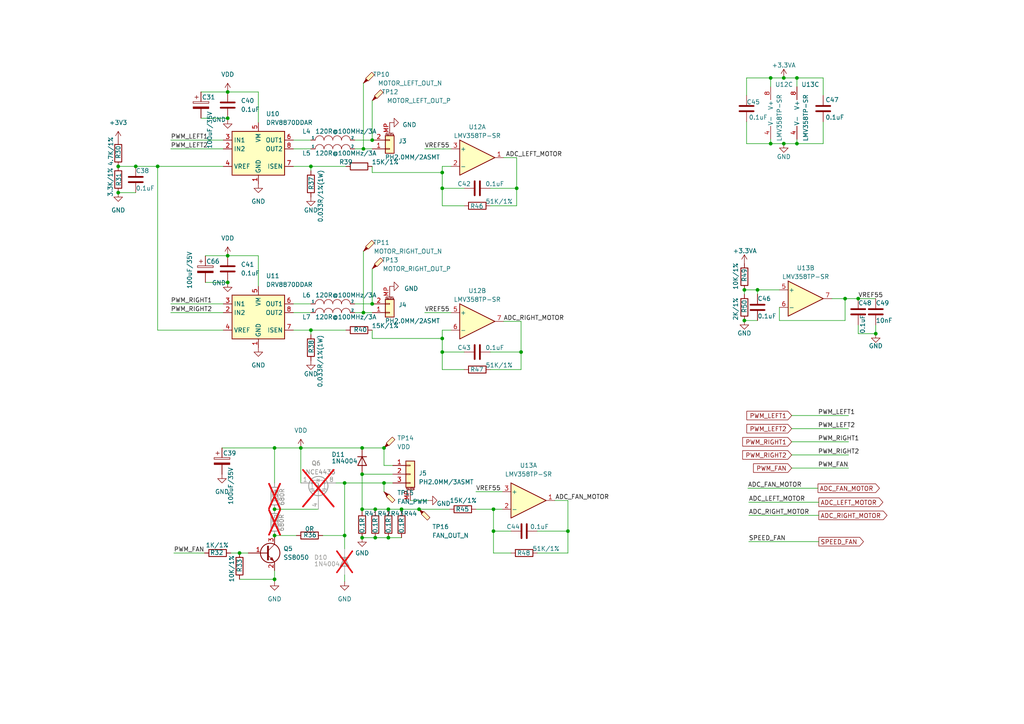
<source format=kicad_sch>
(kicad_sch (version 20231120) (generator "eeschema") (generator_version "8.0")
  (paper "A4")
  (title_block (company "Ovobot"))
  (lib_symbols
    (symbol "Amplifier_Operational:MCP6002-xSN" (pin_names (offset 0.127))
      (property "Reference" "U" (at 0 5.08 0))
      (property "Value" "MCP6002-xSN" (at 0 -5.08 0))
      (symbol "MCP6002-xSN_1_1"
        (polyline (pts (xy -5.08 5.08) (xy 5.08 0) (xy -5.08 -5.08) (xy -5.08 5.08)) (stroke (width 0.254)) (fill (type background)))
        (pin output line (at 7.62 0 180) (length 2.54) (name "~") (number "1"))
        (pin input line (at -7.62 -2.54 0) (length 2.54) (name "-") (number "2"))
        (pin input line (at -7.62 2.54 0) (length 2.54) (name "+") (number "3"))
      )
      (symbol "MCP6002-xSN_2_1"
        (polyline (pts (xy -5.08 5.08) (xy 5.08 0) (xy -5.08 -5.08) (xy -5.08 5.08)) (stroke (width 0.254)) (fill (type background)))
        (pin input line (at -7.62 2.54 0) (length 2.54) (name "+") (number "5"))
        (pin input line (at -7.62 -2.54 0) (length 2.54) (name "-") (number "6"))
        (pin output line (at 7.62 0 180) (length 2.54) (name "~") (number "7"))
      )
      (symbol "MCP6002-xSN_3_1"
        (pin power_in line (at -2.54 -7.62 90) (length 3.81) (name "V-") (number "4"))
        (pin power_in line (at -2.54 7.62 270) (length 3.81) (name "V+") (number "8"))
      )
    )
    (symbol "Connector:TestPoint_Probe" (pin_numbers hide) (pin_names (offset 0.762) hide)
      (property "Reference" "TP" (at 1.651 5.842 0))
      (property "Value" "TestPoint_Probe" (at 1.651 4.064 0))
      (symbol "TestPoint_Probe_0_1"
        (polyline (pts (xy 1.27 0.762) (xy 0 0) (xy 0.762 1.27) (xy 1.27 0.762)) (fill (type outline)))
        (polyline (pts (xy 1.397 0.635) (xy 0.635 1.397) (xy 2.413 3.175) (xy 3.175 2.413) (xy 1.397 0.635)) (fill (type background)))
      )
      (symbol "TestPoint_Probe_1_1"
        (pin passive line (at 0 0 90) (length 0) (name "1") (number "1"))
      )
    )
    (symbol "Connector_Generic_MountingPin:Conn_01x02_MountingPin" (pin_names (offset 1.016) hide)
      (property "Reference" "J" (at 0 2.54 0))
      (property "Value" "Conn_01x02_MountingPin" (at 1.27 -5.08 0))
      (symbol "Conn_01x02_MountingPin_1_1"
        (rectangle (start -1.27 -2.413) (end 0 -2.667) (stroke (width 0.1524)))
        (rectangle (start -1.27 0.127) (end 0 -0.127) (stroke (width 0.1524)))
        (rectangle (start -1.27 1.27) (end 1.27 -3.81) (stroke (width 0.254)) (fill (type background)))
        (polyline (pts (xy -1.016 -4.572) (xy 1.016 -4.572)) (stroke (width 0.1524)))
        (text "Mounting" (at 0 -4.191 0) (effects (font (size 0.381 0.381))))
        (pin passive line (at -5.08 0 0) (length 3.81) (name "Pin_1") (number "1"))
        (pin passive line (at -5.08 -2.54 0) (length 3.81) (name "Pin_2") (number "2"))
        (pin passive line (at 0 -7.62 90) (length 3.048) (name "MountPin") (number "MP"))
      )
    )
    (symbol "Connector_Generic_MountingPin:Conn_01x03_MountingPin" (pin_names (offset 1.016) hide)
      (property "Reference" "J" (at 0 5.08 0))
      (property "Value" "Conn_01x03_MountingPin" (at 1.27 -5.08 0))
      (symbol "Conn_01x03_MountingPin_1_1"
        (rectangle (start -1.27 -2.413) (end 0 -2.667) (stroke (width 0.1524)))
        (rectangle (start -1.27 0.127) (end 0 -0.127) (stroke (width 0.1524)))
        (rectangle (start -1.27 2.667) (end 0 2.413) (stroke (width 0.1524)))
        (rectangle (start -1.27 3.81) (end 1.27 -3.81) (stroke (width 0.254)) (fill (type background)))
        (polyline (pts (xy -1.016 -4.572) (xy 1.016 -4.572)) (stroke (width 0.1524)))
        (text "Mounting" (at 0 -4.191 0) (effects (font (size 0.381 0.381))))
        (pin passive line (at -5.08 2.54 0) (length 3.81) (name "Pin_1") (number "1"))
        (pin passive line (at -5.08 0 0) (length 3.81) (name "Pin_2") (number "2"))
        (pin passive line (at -5.08 -2.54 0) (length 3.81) (name "Pin_3") (number "3"))
        (pin passive line (at 0 -7.62 90) (length 3.048) (name "MountPin") (number "MP"))
      )
    )
    (symbol "Device:C" (pin_numbers hide) (pin_names (offset 0.254))
      (property "Reference" "C" (at 0.635 2.54 0))
      (property "Value" "C" (at 0.635 -2.54 0))
      (symbol "C_0_1"
        (polyline (pts (xy -2.032 -0.762) (xy 2.032 -0.762)) (stroke (width 0.508)))
        (polyline (pts (xy -2.032 0.762) (xy 2.032 0.762)) (stroke (width 0.508)))
      )
      (symbol "C_1_1"
        (pin passive line (at 0 3.81 270) (length 2.794) (name "~") (number "1"))
        (pin passive line (at 0 -3.81 90) (length 2.794) (name "~") (number "2"))
      )
    )
    (symbol "Device:C_Polarized" (pin_numbers hide) (pin_names (offset 0.254))
      (property "Reference" "C" (at 0.635 2.54 0))
      (property "Value" "C_Polarized" (at 0.635 -2.54 0))
      (symbol "C_Polarized_0_1"
        (rectangle (start -2.286 0.508) (end 2.286 1.016))
        (polyline (pts (xy -1.778 2.286) (xy -0.762 2.286)))
        (polyline (pts (xy -1.27 2.794) (xy -1.27 1.778)))
        (rectangle (start 2.286 -0.508) (end -2.286 -1.016) (fill (type outline)))
      )
      (symbol "C_Polarized_1_1"
        (pin passive line (at 0 3.81 270) (length 2.794) (name "~") (number "1"))
        (pin passive line (at 0 -3.81 90) (length 2.794) (name "~") (number "2"))
      )
    )
    (symbol "Device:D" (pin_numbers hide) (pin_names (offset 1.016) hide)
      (property "Reference" "D" (at 0 2.54 0))
      (property "Value" "D" (at 0 -2.54 0))
      (symbol "D_0_1"
        (polyline (pts (xy -1.27 1.27) (xy -1.27 -1.27)) (stroke (width 0.254)))
        (polyline (pts (xy 1.27 0) (xy -1.27 0)))
        (polyline (pts (xy 1.27 1.27) (xy 1.27 -1.27) (xy -1.27 0) (xy 1.27 1.27)) (stroke (width 0.254)))
      )
      (symbol "D_1_1"
        (pin passive line (at -3.81 0 0) (length 2.54) (name "K") (number "1"))
        (pin passive line (at 3.81 0 180) (length 2.54) (name "A") (number "2"))
      )
    )
    (symbol "Device:Q_NPN_BEC" (pin_names (offset 0) hide)
      (property "Reference" "Q" (at 5.08 1.27 0))
      (property "Value" "Q_NPN_BEC" (at 5.08 -1.27 0))
      (symbol "Q_NPN_BEC_0_1"
        (polyline (pts (xy 0.635 0.635) (xy 2.54 2.54)))
        (polyline (pts (xy 0.635 -0.635) (xy 2.54 -2.54) (xy 2.54 -2.54)))
        (polyline (pts (xy 0.635 1.905) (xy 0.635 -1.905) (xy 0.635 -1.905)) (stroke (width 0.508)))
        (polyline (pts (xy 1.27 -1.778) (xy 1.778 -1.27) (xy 2.286 -2.286) (xy 1.27 -1.778) (xy 1.27 -1.778)) (fill (type outline)))
        (circle (center 1.27 0) (radius 2.8194) (stroke (width 0.254)))
      )
      (symbol "Q_NPN_BEC_1_1"
        (pin input line (at -5.08 0 0) (length 5.715) (name "B") (number "1"))
        (pin passive line (at 2.54 -5.08 90) (length 2.54) (name "E") (number "2"))
        (pin passive line (at 2.54 5.08 270) (length 2.54) (name "C") (number "3"))
      )
    )
    (symbol "Device:R" (pin_numbers hide) (pin_names (offset 0))
      (property "Reference" "R" (at 2.032 0 90))
      (property "Value" "R" (at 0 0 90))
      (symbol "R_0_1"
        (rectangle (start -1.016 -2.54) (end 1.016 2.54) (stroke (width 0.254)))
      )
      (symbol "R_1_1"
        (pin passive line (at 0 3.81 270) (length 1.27) (name "~") (number "1"))
        (pin passive line (at 0 -3.81 90) (length 1.27) (name "~") (number "2"))
      )
    )
    (symbol "Driver_Motor:DRV8870DDA"
      (property "Reference" "U" (at -6.35 6.35 0))
      (property "Value" "DRV8870DDA" (at 8.89 6.35 0))
      (symbol "DRV8870DDA_0_1"
        (rectangle (start -7.62 5.08) (end 7.62 -7.62) (stroke (width 0.254)) (fill (type background)))
      )
      (symbol "DRV8870DDA_1_1"
        (pin power_in line (at 0 -10.16 90) (length 2.54) (name "GND") (number "1"))
        (pin input line (at -10.16 0 0) (length 2.54) (name "IN2") (number "2"))
        (pin input line (at -10.16 2.54 0) (length 2.54) (name "IN1") (number "3"))
        (pin input line (at -10.16 -5.08 0) (length 2.54) (name "VREF") (number "4"))
        (pin power_in line (at 0 7.62 270) (length 2.54) (name "VM") (number "5"))
        (pin output line (at 10.16 2.54 180) (length 2.54) (name "OUT1") (number "6"))
        (pin passive line (at 10.16 -5.08 180) (length 2.54) (name "ISEN") (number "7"))
        (pin output line (at 10.16 0 180) (length 2.54) (name "OUT2") (number "8"))
        (pin passive line (at 0 -10.16 90) (length 2.54) hide (name "GND") (number "9"))
      )
    )
    (symbol "GND_1" (power) (pin_names (offset 0))
      (property "Value" "GND_1" (at 0 -3.81 0))
      (symbol "GND_1_0_1"
        (polyline (pts (xy 0 0) (xy 0 -1.27) (xy 1.27 -1.27) (xy 0 -2.54) (xy -1.27 -1.27) (xy 0 -1.27)))
      )
      (symbol "GND_1_1_1"
        (pin power_in line (at 0 0 270) (length 0) hide (name "GND") (number "1"))
      )
    )
    (symbol "Transistor_FET:FDS9435A" (pin_names hide)
      (property "Reference" "Q" (at 5.08 1.905 0))
      (property "Value" "FDS9435A" (at 5.08 0 0))
      (symbol "FDS9435A_0_1"
        (polyline (pts (xy 0.254 0) (xy -2.54 0)))
        (polyline (pts (xy 0.254 1.905) (xy 0.254 -1.905)) (stroke (width 0.254)))
        (polyline (pts (xy 0.762 -1.27) (xy 0.762 -2.286)) (stroke (width 0.254)))
        (polyline (pts (xy 0.762 0.508) (xy 0.762 -0.508)) (stroke (width 0.254)))
        (polyline (pts (xy 0.762 2.286) (xy 0.762 1.27)) (stroke (width 0.254)))
        (polyline (pts (xy 2.54 2.54) (xy 2.54 1.778)))
        (polyline (pts (xy 2.54 -2.54) (xy 2.54 0) (xy 0.762 0)))
        (polyline (pts (xy 0.762 1.778) (xy 3.302 1.778) (xy 3.302 -1.778) (xy 0.762 -1.778)))
        (polyline (pts (xy 2.286 0) (xy 1.27 0.381) (xy 1.27 -0.381) (xy 2.286 0)) (fill (type outline)))
        (polyline (pts (xy 2.794 -0.508) (xy 2.921 -0.381) (xy 3.683 -0.381) (xy 3.81 -0.254)))
        (polyline (pts (xy 3.302 -0.381) (xy 2.921 0.254) (xy 3.683 0.254) (xy 3.302 -0.381)))
        (circle (center 1.651 0) (radius 2.794) (stroke (width 0.254)))
        (circle (center 2.54 -1.778) (radius 0.254) (fill (type outline)))
        (circle (center 2.54 1.778) (radius 0.254) (fill (type outline)))
      )
      (symbol "FDS9435A_1_1"
        (pin passive line (at 2.54 -5.08 90) (length 2.54) (name "S") (number "1"))
        (pin passive line (at 2.54 -5.08 90) (length 2.54) hide (name "S") (number "2"))
        (pin passive line (at 2.54 -5.08 90) (length 2.54) hide (name "S") (number "3"))
        (pin passive line (at -5.08 0 0) (length 2.54) (name "G") (number "4"))
        (pin passive line (at 2.54 5.08 270) (length 2.54) hide (name "D") (number "5"))
        (pin passive line (at 2.54 5.08 270) (length 2.54) hide (name "D") (number "6"))
        (pin passive line (at 2.54 5.08 270) (length 2.54) hide (name "D") (number "7"))
        (pin passive line (at 2.54 5.08 270) (length 2.54) (name "D") (number "8"))
      )
    )
    (symbol "power:+3.3VA" (power) (pin_names (offset 0))
      (property "Value" "+3.3VA" (at 0 3.556 0))
      (symbol "+3.3VA_0_1"
        (polyline (pts (xy -0.762 1.27) (xy 0 2.54)))
        (polyline (pts (xy 0 0) (xy 0 2.54)))
        (polyline (pts (xy 0 2.54) (xy 0.762 1.27)))
      )
      (symbol "+3.3VA_1_1"
        (pin power_in line (at 0 0 90) (length 0) hide (name "+3.3VA") (number "1"))
      )
    )
    (symbol "power:+3V3" (power) (pin_names (offset 0))
      (property "Value" "+3V3" (at 0 3.556 0))
      (symbol "+3V3_0_1"
        (polyline (pts (xy -0.762 1.27) (xy 0 2.54)))
        (polyline (pts (xy 0 0) (xy 0 2.54)))
        (polyline (pts (xy 0 2.54) (xy 0.762 1.27)))
      )
      (symbol "+3V3_1_1"
        (pin power_in line (at 0 0 90) (length 0) hide (name "+3V3") (number "1"))
      )
    )
    (symbol "power:GND" (power) (pin_names (offset 0))
      (property "Value" "GND" (at 0 -3.81 0))
      (symbol "GND_0_1"
        (polyline (pts (xy 0 0) (xy 0 -1.27) (xy 1.27 -1.27) (xy 0 -2.54) (xy -1.27 -1.27) (xy 0 -1.27)))
      )
      (symbol "GND_1_1"
        (pin power_in line (at 0 0 270) (length 0) hide (name "GND") (number "1"))
      )
    )
    (symbol "power:VDD" (power) (pin_names (offset 0))
      (property "Value" "VDD" (at 0 3.81 0))
      (symbol "VDD_0_1"
        (polyline (pts (xy -0.762 1.27) (xy 0 2.54)))
        (polyline (pts (xy 0 0) (xy 0 2.54)))
        (polyline (pts (xy 0 2.54) (xy 0.762 1.27)))
      )
      (symbol "VDD_1_1"
        (pin power_in line (at 0 0 90) (length 0) hide (name "VDD") (number "1"))
      )
    )
    (symbol "pspice:INDUCTOR" (pin_numbers hide) (pin_names (offset 0))
      (property "Reference" "L" (at 0 2.54 0))
      (property "Value" "INDUCTOR" (at 0 -1.27 0))
      (symbol "INDUCTOR_0_1"
        (arc (start -2.54 0) (mid -3.81 1.2645) (end -5.08 0))
        (arc (start 0 0) (mid -1.27 1.2645) (end -2.54 0))
        (arc (start 2.54 0) (mid 1.27 1.2645) (end 0 0))
        (arc (start 5.08 0) (mid 3.81 1.2645) (end 2.54 0))
      )
      (symbol "INDUCTOR_1_1"
        (pin input line (at -6.35 0 0) (length 1.27) (name "1") (number "1"))
        (pin input line (at 6.35 0 180) (length 1.27) (name "2") (number "2"))
      )
    )
  )
  (junction (at 111.379 140.081))
  (junction (at 39.37 48.26))
  (junction (at 215.9 84.074))
  (junction (at 90.17 48.26))
  (junction (at 108.839 155.956))
  (junction (at 87.249 129.921))
  (junction (at 66.04 74.168))
  (junction (at 227.33 22.606))
  (junction (at 128.27 54.61))
  (junction (at 99.949 140.081))
  (junction (at 105.41 43.18))
  (junction (at 79.629 168.021))
  (junction (at 66.04 34.29))
  (junction (at 45.72 48.26))
  (junction (at 105.029 129.921))
  (junction (at 143.129 147.701))
  (junction (at 121.539 147.701))
  (junction (at 149.86 54.61))
  (junction (at 105.029 137.541))
  (junction (at 248.92 86.614))
  (junction (at 223.52 22.606))
  (junction (at 231.14 41.656))
  (junction (at 245.11 86.614))
  (junction (at 215.9 92.964))
  (junction (at 151.13 102.108))
  (junction (at 143.129 154.051))
  (junction (at 34.29 48.26))
  (junction (at 69.469 160.401))
  (junction (at 79.629 155.321))
  (junction (at 105.029 155.956))
  (junction (at 164.719 154.051))
  (junction (at 112.649 155.956))
  (junction (at 128.27 50.038))
  (junction (at 107.95 40.64))
  (junction (at 79.629 147.701))
  (junction (at 128.27 102.108))
  (junction (at 128.27 98.171))
  (junction (at 108.839 147.701))
  (junction (at 111.379 129.921))
  (junction (at 99.949 155.321))
  (junction (at 34.29 55.88))
  (junction (at 116.459 147.701))
  (junction (at 223.52 41.656))
  (junction (at 227.33 41.656))
  (junction (at 90.17 95.758))
  (junction (at 231.14 22.606))
  (junction (at 254 96.774))
  (junction (at 112.649 147.701))
  (junction (at 107.95 88.138))
  (junction (at 219.71 84.074))
  (junction (at 105.029 147.701))
  (junction (at 105.41 90.678))
  (junction (at 66.04 26.67))
  (junction (at 79.629 129.921))
  (junction (at 66.04 81.915))
  (wire (pts (xy 64.389 129.921) (xy 79.629 129.921)))
  (wire (pts (xy 245.11 86.614) (xy 241.3 86.614)))
  (wire (pts (xy 128.27 102.108) (xy 128.27 98.171)))
  (wire (pts (xy 112.649 147.701) (xy 112.649 148.336)))
  (wire (pts (xy 128.27 59.69) (xy 128.27 54.61)))
  (wire (pts (xy 226.06 92.964) (xy 245.11 92.964)))
  (wire (pts (xy 105.41 24.13) (xy 105.41 43.18)))
  (wire (pts (xy 64.77 95.758) (xy 45.72 95.758)))
  (wire (pts (xy 164.719 154.051) (xy 164.719 145.161)))
  (wire (pts (xy 102.87 43.18) (xy 105.41 43.18)))
  (wire (pts (xy 138.049 147.701) (xy 143.129 147.701)))
  (wire (pts (xy 108.839 155.956) (xy 112.649 155.956)))
  (wire (pts (xy 245.11 92.964) (xy 245.11 86.614)))
  (wire (pts (xy 149.86 45.72) (xy 146.05 45.72)))
  (wire (pts (xy 105.029 155.956) (xy 108.839 155.956)))
  (wire (pts (xy 216.535 35.306) (xy 216.535 41.656)))
  (wire (pts (xy 107.95 50.038) (xy 107.95 48.26)))
  (wire (pts (xy 107.95 98.171) (xy 128.27 98.171)))
  (wire (pts (xy 99.949 155.321) (xy 99.949 159.131)))
  (wire (pts (xy 49.53 40.64) (xy 64.77 40.64)))
  (wire (pts (xy 105.029 137.541) (xy 113.919 137.541)))
  (wire (pts (xy 254 94.234) (xy 254 96.774)))
  (wire (pts (xy 111.379 135.001) (xy 113.919 135.001)))
  (wire (pts (xy 223.52 22.606) (xy 227.33 22.606)))
  (wire (pts (xy 59.563 81.915) (xy 66.04 81.915)))
  (wire (pts (xy 142.24 54.61) (xy 149.86 54.61)))
  (wire (pts (xy 112.649 147.701) (xy 116.459 147.701)))
  (wire (pts (xy 79.629 155.321) (xy 85.979 155.321)))
  (wire (pts (xy 138.049 142.621) (xy 145.669 142.621)))
  (wire (pts (xy 69.469 168.021) (xy 79.629 168.021)))
  (wire (pts (xy 143.129 154.051) (xy 148.209 154.051)))
  (wire (pts (xy 66.04 26.67) (xy 74.93 26.67)))
  (wire (pts (xy 111.379 142.621) (xy 111.379 140.081)))
  (wire (pts (xy 74.93 74.168) (xy 74.93 83.058)))
  (wire (pts (xy 121.539 147.701) (xy 130.429 147.701)))
  (wire (pts (xy 217.17 149.479) (xy 237.49 149.479)))
  (wire (pts (xy 111.379 129.921) (xy 105.029 129.921)))
  (wire (pts (xy 248.92 96.774) (xy 254 96.774)))
  (wire (pts (xy 219.71 84.074) (xy 219.71 85.344)))
  (wire (pts (xy 128.27 95.758) (xy 130.81 95.758)))
  (wire (pts (xy 128.27 50.038) (xy 128.27 48.26)))
  (wire (pts (xy 34.29 55.88) (xy 39.37 55.88)))
  (wire (pts (xy 99.949 140.081) (xy 99.949 155.321)))
  (wire (pts (xy 85.09 90.678) (xy 90.17 90.678)))
  (wire (pts (xy 66.929 160.401) (xy 69.469 160.401)))
  (wire (pts (xy 149.86 59.69) (xy 149.86 54.61)))
  (wire (pts (xy 58.293 26.67) (xy 66.04 26.67)))
  (wire (pts (xy 45.72 48.26) (xy 45.72 95.758)))
  (wire (pts (xy 223.52 22.606) (xy 223.52 25.146)))
  (wire (pts (xy 216.916 141.605) (xy 237.236 141.605)))
  (wire (pts (xy 238.76 22.606) (xy 231.14 22.606)))
  (wire (pts (xy 58.293 34.29) (xy 66.04 34.29)))
  (wire (pts (xy 216.535 41.656) (xy 223.52 41.656)))
  (wire (pts (xy 49.53 43.18) (xy 64.77 43.18)))
  (wire (pts (xy 245.11 86.614) (xy 248.92 86.614)))
  (wire (pts (xy 148.209 160.401) (xy 143.129 160.401)))
  (wire (pts (xy 107.95 98.171) (xy 107.95 95.758)))
  (wire (pts (xy 93.599 155.321) (xy 99.949 155.321)))
  (wire (pts (xy 39.37 48.26) (xy 45.72 48.26)))
  (wire (pts (xy 50.419 160.401) (xy 59.309 160.401)))
  (wire (pts (xy 248.92 94.234) (xy 248.92 96.774)))
  (wire (pts (xy 85.09 43.18) (xy 90.17 43.18)))
  (wire (pts (xy 134.62 59.69) (xy 128.27 59.69)))
  (wire (pts (xy 123.19 90.678) (xy 130.81 90.678)))
  (wire (pts (xy 142.24 107.188) (xy 151.13 107.188)))
  (wire (pts (xy 231.14 41.656) (xy 238.76 41.656)))
  (wire (pts (xy 227.33 22.606) (xy 231.14 22.606)))
  (wire (pts (xy 74.93 26.67) (xy 74.93 35.56)))
  (wire (pts (xy 248.92 86.614) (xy 254 86.614)))
  (wire (pts (xy 128.27 107.188) (xy 128.27 102.108)))
  (wire (pts (xy 217.17 145.669) (xy 237.49 145.669)))
  (wire (pts (xy 105.029 137.541) (xy 105.029 147.701)))
  (wire (pts (xy 216.535 22.606) (xy 223.52 22.606)))
  (wire (pts (xy 99.949 140.081) (xy 111.379 140.081)))
  (wire (pts (xy 66.04 82.042) (xy 66.04 81.915)))
  (wire (pts (xy 231.14 41.656) (xy 227.33 41.656)))
  (wire (pts (xy 231.14 40.386) (xy 231.14 41.656)))
  (wire (pts (xy 123.19 43.18) (xy 130.81 43.18)))
  (wire (pts (xy 102.87 88.138) (xy 107.95 88.138)))
  (wire (pts (xy 151.13 93.218) (xy 146.05 93.218)))
  (wire (pts (xy 85.09 40.64) (xy 90.17 40.64)))
  (wire (pts (xy 107.95 50.038) (xy 128.27 50.038)))
  (wire (pts (xy 229.616 124.333) (xy 246.126 124.333)))
  (wire (pts (xy 238.76 41.656) (xy 238.76 35.306)))
  (wire (pts (xy 90.17 48.26) (xy 100.33 48.26)))
  (wire (pts (xy 79.629 165.481) (xy 79.629 168.021)))
  (wire (pts (xy 90.17 49.53) (xy 90.17 48.26)))
  (wire (pts (xy 151.13 107.188) (xy 151.13 102.108)))
  (wire (pts (xy 99.949 168.656) (xy 99.949 166.751)))
  (wire (pts (xy 155.829 160.401) (xy 164.719 160.401)))
  (wire (pts (xy 105.41 72.898) (xy 105.41 90.678)))
  (wire (pts (xy 128.27 54.61) (xy 128.27 50.038)))
  (wire (pts (xy 223.52 41.656) (xy 223.52 40.386)))
  (wire (pts (xy 215.9 84.074) (xy 219.71 84.074)))
  (wire (pts (xy 79.629 129.921) (xy 87.249 129.921)))
  (wire (pts (xy 219.71 84.074) (xy 226.06 84.074)))
  (wire (pts (xy 231.14 25.146) (xy 231.14 22.606)))
  (wire (pts (xy 128.27 98.171) (xy 128.27 95.758)))
  (wire (pts (xy 128.27 102.108) (xy 134.62 102.108)))
  (wire (pts (xy 105.029 147.701) (xy 105.029 148.336)))
  (wire (pts (xy 116.459 147.701) (xy 121.539 147.701)))
  (wire (pts (xy 66.04 81.915) (xy 66.04 81.788)))
  (wire (pts (xy 90.17 97.028) (xy 90.17 95.758)))
  (wire (pts (xy 87.249 129.921) (xy 87.249 140.081)))
  (wire (pts (xy 85.09 48.26) (xy 90.17 48.26)))
  (wire (pts (xy 108.839 147.701) (xy 108.839 148.336)))
  (wire (pts (xy 66.04 34.671) (xy 66.04 34.29)))
  (wire (pts (xy 143.129 147.701) (xy 143.129 154.051)))
  (wire (pts (xy 142.24 59.69) (xy 149.86 59.69)))
  (wire (pts (xy 111.379 135.001) (xy 111.379 129.921)))
  (wire (pts (xy 229.616 120.523) (xy 246.126 120.523)))
  (wire (pts (xy 143.129 154.051) (xy 143.129 160.401)))
  (wire (pts (xy 107.95 29.21) (xy 107.95 40.64)))
  (wire (pts (xy 45.72 48.26) (xy 64.77 48.26)))
  (wire (pts (xy 79.629 129.921) (xy 79.629 140.081)))
  (wire (pts (xy 149.86 54.61) (xy 149.86 45.72)))
  (wire (pts (xy 87.249 129.921) (xy 105.029 129.921)))
  (wire (pts (xy 143.129 147.701) (xy 145.669 147.701)))
  (wire (pts (xy 112.649 155.956) (xy 116.459 155.956)))
  (wire (pts (xy 105.41 43.18) (xy 107.95 43.18)))
  (wire (pts (xy 97.409 140.081) (xy 99.949 140.081)))
  (wire (pts (xy 85.09 95.758) (xy 90.17 95.758)))
  (wire (pts (xy 49.53 88.138) (xy 64.77 88.138)))
  (wire (pts (xy 69.469 160.401) (xy 72.009 160.401)))
  (wire (pts (xy 124.206 145.161) (xy 118.999 145.161)))
  (wire (pts (xy 226.06 89.154) (xy 226.06 92.964)))
  (wire (pts (xy 128.27 48.26) (xy 130.81 48.26)))
  (wire (pts (xy 90.17 95.758) (xy 100.33 95.758)))
  (wire (pts (xy 116.459 147.701) (xy 116.459 148.336)))
  (wire (pts (xy 151.13 102.108) (xy 151.13 93.218)))
  (wire (pts (xy 217.17 157.099) (xy 237.49 157.099)))
  (wire (pts (xy 142.24 102.108) (xy 151.13 102.108)))
  (wire (pts (xy 108.839 147.701) (xy 112.649 147.701)))
  (wire (pts (xy 229.616 131.953) (xy 246.126 131.953)))
  (wire (pts (xy 105.41 90.678) (xy 107.95 90.678)))
  (wire (pts (xy 66.04 74.168) (xy 59.563 74.168)))
  (wire (pts (xy 229.616 128.143) (xy 246.126 128.143)))
  (wire (pts (xy 215.9 92.964) (xy 219.71 92.964)))
  (wire (pts (xy 102.87 40.64) (xy 107.95 40.64)))
  (wire (pts (xy 229.616 135.763) (xy 246.126 135.763)))
  (wire (pts (xy 216.535 27.686) (xy 216.535 22.606)))
  (wire (pts (xy 34.29 48.26) (xy 39.37 48.26)))
  (wire (pts (xy 79.629 147.701) (xy 92.329 147.701)))
  (wire (pts (xy 164.719 145.161) (xy 160.909 145.161)))
  (wire (pts (xy 59.563 74.168) (xy 59.563 74.295)))
  (wire (pts (xy 105.029 147.701) (xy 108.839 147.701)))
  (wire (pts (xy 215.9 85.344) (xy 215.9 84.074)))
  (wire (pts (xy 227.33 41.656) (xy 223.52 41.656)))
  (wire (pts (xy 134.62 107.188) (xy 128.27 107.188)))
  (wire (pts (xy 85.09 88.138) (xy 90.17 88.138)))
  (wire (pts (xy 134.62 54.61) (xy 128.27 54.61)))
  (wire (pts (xy 66.04 74.168) (xy 74.93 74.168)))
  (wire (pts (xy 107.95 77.978) (xy 107.95 88.138)))
  (wire (pts (xy 155.829 154.051) (xy 164.719 154.051)))
  (wire (pts (xy 102.87 90.678) (xy 105.41 90.678)))
  (wire (pts (xy 238.76 27.686) (xy 238.76 22.606)))
  (wire (pts (xy 49.53 90.678) (xy 64.77 90.678)))
  (wire (pts (xy 111.379 140.081) (xy 113.919 140.081)))
  (wire (pts (xy 79.629 168.656) (xy 79.629 168.021)))
  (wire (pts (xy 164.719 160.401) (xy 164.719 154.051)))
  (label "ADC_RIGHT_MOTOR" (at 146.05 93.218 0))
  (label "VREF55" (at 123.19 43.18 0))
  (label "ADC_FAN_MOTOR" (at 161.036 145.161 0))
  (label "PWM_LEFT2" (at 237.236 124.333 0))
  (label "ADC_RIGHT_MOTOR" (at 217.17 149.479 0))
  (label "SPEED_FAN" (at 217.17 157.099 0))
  (label "ADC_FAN_MOTOR" (at 216.916 141.605 0))
  (label "VREF55" (at 123.19 90.678 0))
  (label "PWM_FAN" (at 237.236 135.763 0))
  (label "PWM_LEFT1" (at 49.53 40.64 0))
  (label "PWM_RIGHT2" (at 237.236 131.953 0))
  (label "VREF55" (at 138.049 142.621 0))
  (label "PWM_RIGHT1" (at 49.53 88.138 0))
  (label "PWM_LEFT1" (at 237.236 120.523 0))
  (label "PWM_LEFT2" (at 49.53 43.18 0))
  (label "ADC_LEFT_MOTOR" (at 146.685 45.72 0))
  (label "PWM_RIGHT1" (at 237.236 128.143 0))
  (label "PWM_FAN" (at 50.419 160.401 0))
  (label "PWM_RIGHT2" (at 49.53 90.678 0))
  (label "VREF55" (at 248.92 86.614 0))
  (label "ADC_LEFT_MOTOR" (at 217.17 145.669 0))
  (global_label "ADC_FAN_MOTOR" (shape output) (at 237.236 141.605 0) (property "Intersheetrefs" "${INTERSHEET_REFS}" (effects (hide yes))))
  (global_label "PWM_FAN" (shape input) (at 229.616 135.763 180) (property "Intersheetrefs" "${INTERSHEET_REFS}" (effects (hide yes))))
  (global_label "PWM_RIGHT2" (shape input) (at 229.616 131.953 180) (property "Intersheetrefs" "${INTERSHEET_REFS}" (effects (hide yes))))
  (global_label "ADC_LEFT_MOTOR" (shape output) (at 237.49 145.669 0) (property "Intersheetrefs" "${INTERSHEET_REFS}" (effects (hide yes))))
  (global_label "PWM_LEFT2" (shape input) (at 229.616 124.333 180) (property "Intersheetrefs" "${INTERSHEET_REFS}" (effects (hide yes))))
  (global_label "ADC_RIGHT_MOTOR" (shape output) (at 237.49 149.479 0) (property "Intersheetrefs" "${INTERSHEET_REFS}" (effects (hide yes))))
  (global_label "SPEED_FAN" (shape output) (at 237.49 157.099 0) (property "Intersheetrefs" "${INTERSHEET_REFS}" (effects (hide yes))))
  (global_label "PWM_RIGHT1" (shape input) (at 229.616 128.143 180) (property "Intersheetrefs" "${INTERSHEET_REFS}" (effects (hide yes))))
  (global_label "PWM_LEFT1" (shape input) (at 229.616 120.523 180) (property "Intersheetrefs" "${INTERSHEET_REFS}" (effects (hide yes))))
  (symbol (lib_id "Connector:TestPoint_Probe") (at 107.95 77.978 0) (unit 1)
    (property "Reference" "TP13" (at 115.57 75.438 0) (effects (justify right)))
    (property "Value" "MOTOR_RIGHT_OUT_P" (at 130.81 77.978 0) (effects (justify right)))
    (property "Footprint" "TestPoint:TestPoint_Pad_D1.0mm" (effects (hide yes)))
  )
  (symbol (lib_id "Connector_Generic_MountingPin:Conn_01x03_MountingPin") (at 118.999 137.541 0) (unit 1)
    (property "Reference" "J5" (at 121.412 137.2616 0) (effects (justify left)))
    (property "Value" "PH2.0MM/3ASMT" (at 121.412 139.8016 0) (effects (justify left)))
    (property "Footprint" "Ovo_Connector_JST:JST_PH_B3B-PH-SM4-TB_1x03-1MP_P2.00mm_Vertical" (effects (hide yes)))
  )
  (symbol (lib_id "Device:C") (at 66.04 77.978 0) (unit 1)
    (property "Reference" "C41" (at 69.85 76.7079 0) (effects (justify left)))
    (property "Value" "0.1uF" (at 69.85 79.2479 0) (effects (justify left)))
    (property "Footprint" "Capacitor_SMD:C_0603_1608Metric" (effects (hide yes)))
  )
  (symbol (lib_id "Device:C") (at 138.43 102.108 90) (unit 1)
    (property "Reference" "C43" (at 134.62 100.838 90))
    (property "Value" "0.1uF" (at 143.51 100.838 90))
    (property "Footprint" "Capacitor_SMD:C_0603_1608Metric" (effects (hide yes)))
  )
  (symbol (lib_id "Amplifier_Operational:MCP6002-xSN") (at 138.43 45.72 0) (unit 1)
    (property "Reference" "U12" (at 138.43 36.83 0))
    (property "Value" "LMV358TP-SR" (at 138.43 39.37 0))
    (property "Footprint" "Package_SO:SOIC-8_3.9x4.9mm_P1.27mm" (effects (hide yes)))
    (property "Datasheet" "http://ww1.microchip.com/downloads/en/DeviceDoc/21733j.pdf" (effects (hide yes)))
  )
  (symbol (lib_id "Device:C") (at 216.535 31.496 0) (unit 1)
    (property "Reference" "C45" (at 216.535 29.591 0) (effects (justify left)))
    (property "Value" "0.1uF" (at 217.17 34.036 0) (effects (justify left)))
    (property "Footprint" "Capacitor_SMD:C_0603_1608Metric" (effects (hide yes)))
  )
  (symbol (lib_id "Device:R") (at 108.839 152.146 0) (unit 1)
    (property "Reference" "R42" (at 109.474 148.971 0) (effects (justify left)))
    (property "Value" "0.1R" (at 108.839 154.686 90) (effects (justify left)))
    (property "Footprint" "Resistor_SMD:R_0805_2012Metric" (effects (hide yes)))
  )
  (symbol (lib_id "Device:Q_NPN_BEC") (at 77.089 160.401 0) (unit 1)
    (property "Reference" "Q5" (at 82.169 159.1309 0) (effects (justify left)))
    (property "Value" "SS8050" (at 82.169 161.6709 0) (effects (justify left)))
    (property "Footprint" "Package_TO_SOT_SMD:SOT-23" (effects (hide yes)))
  )
  (symbol (lib_id "power:GND") (at 74.93 53.34 0) (unit 1)
    (property "Reference" "#PWR074" (effects (hide yes)))
    (property "Value" "GND" (at 74.93 58.42 0))
  )
  (symbol (lib_id "Device:R") (at 90.17 100.838 0) (unit 1)
    (property "Reference" "R38" (at 90.297 102.489 90) (effects (justify left)))
    (property "Value" "0.033R/1%(1W)" (at 92.837 112.395 90) (effects (justify left)))
    (property "Footprint" "Resistor_SMD:R_1206_3216Metric" (effects (hide yes)))
  )
  (symbol (lib_name "GND_1") (lib_id "power:GND") (at 99.949 168.656 0) (unit 1)
    (property "Reference" "#PWR080" (effects (hide yes)))
    (property "Value" "GND" (at 99.949 173.736 0))
  )
  (symbol (lib_id "Amplifier_Operational:MCP6002-xSN") (at 138.43 93.218 0) (unit 2)
    (property "Reference" "U12" (at 138.43 84.328 0))
    (property "Value" "LMV358TP-SR" (at 138.43 86.868 0))
    (property "Footprint" "Package_SO:SOIC-8_3.9x4.9mm_P1.27mm" (effects (hide yes)))
    (property "Datasheet" "http://ww1.microchip.com/downloads/en/DeviceDoc/21733j.pdf" (effects (hide yes)))
  )
  (symbol (lib_id "Device:R") (at 89.789 155.321 90) (unit 1)
    (property "Reference" "R36" (at 89.916 155.194 90))
    (property "Value" "0R" (at 89.789 153.416 90))
    (property "Footprint" "Resistor_SMD:R_0603_1608Metric" (effects (hide yes)))
  )
  (symbol (lib_id "Driver_Motor:DRV8870DDA") (at 74.93 90.678 0) (unit 1)
    (property "Reference" "U11" (at 77.1241 80.01 0) (effects (justify left)))
    (property "Value" "DRV8870DDAR" (at 77.1241 82.55 0) (effects (justify left)))
    (property "Footprint" "Package_SO:Texas_HTSOP-8-1EP_3.9x4.9mm_P1.27mm_EP2.95x4.9mm_Mask2.4x3.1mm_ThermalVias" (effects (hide yes)))
    (property "Datasheet" "http://www.ti.com/lit/ds/symlink/drv8870.pdf" (effects (hide yes)))
  )
  (symbol (lib_id "Device:R") (at 215.9 89.154 0) (unit 1)
    (property "Reference" "R50" (at 215.9 90.805 90) (effects (justify left)))
    (property "Value" "2K/1%" (at 213.36 92.964 90) (effects (justify left)))
    (property "Footprint" "Resistor_SMD:R_0603_1608Metric" (effects (hide yes)))
  )
  (symbol (lib_id "power:+3V3") (at 34.29 40.64 0) (unit 1)
    (property "Reference" "#PWR067" (effects (hide yes)))
    (property "Value" "+3V3" (at 34.29 35.56 0))
  )
  (symbol (lib_id "power:GND") (at 227.33 41.656 0) (unit 1)
    (property "Reference" "#PWR088" (effects (hide yes)))
    (property "Value" "GND" (at 227.33 45.466 0))
  )
  (symbol (lib_id "power:GND") (at 34.29 55.88 0) (unit 1)
    (property "Reference" "#PWR068" (effects (hide yes)))
    (property "Value" "GND" (at 34.29 60.96 0))
  )
  (symbol (lib_id "Driver_Motor:DRV8870DDA") (at 74.93 43.18 0) (unit 1)
    (property "Reference" "U10" (at 77.1241 33.02 0) (effects (justify left)))
    (property "Value" "DRV8870DDAR" (at 77.1241 35.56 0) (effects (justify left)))
    (property "Footprint" "Package_SO:Texas_HTSOP-8-1EP_3.9x4.9mm_P1.27mm_EP2.95x4.9mm_Mask2.4x3.1mm_ThermalVias" (effects (hide yes)))
    (property "Datasheet" "http://www.ti.com/lit/ds/symlink/drv8870.pdf" (effects (hide yes)))
  )
  (symbol (lib_id "Device:R") (at 104.14 48.26 90) (unit 1)
    (property "Reference" "R39" (at 100.33 46.99 90))
    (property "Value" "15K/1%" (at 111.76 46.99 90))
    (property "Footprint" "Resistor_SMD:R_0603_1608Metric" (effects (hide yes)))
  )
  (symbol (lib_id "power:GND") (at 66.04 34.671 0) (unit 1)
    (property "Reference" "#PWR071" (effects (hide yes)))
    (property "Value" "GND" (at 63.5 34.671 0))
  )
  (symbol (lib_id "power:GND") (at 124.206 145.161 90) (unit 1)
    (property "Reference" "#PWR084" (effects (hide yes)))
    (property "Value" "GND" (at 126.619 146.05 90) (effects (justify right)))
  )
  (symbol (lib_id "power:GND") (at 64.389 137.541 0) (unit 1)
    (property "Reference" "#PWR069" (effects (hide yes)))
    (property "Value" "GND" (at 64.389 142.621 0))
  )
  (symbol (lib_id "Amplifier_Operational:MCP6002-xSN") (at 153.289 145.161 0) (unit 1)
    (property "Reference" "U13" (at 153.289 135.001 0))
    (property "Value" "LMV358TP-SR" (at 153.289 137.541 0))
    (property "Footprint" "Package_SO:SOIC-8_3.9x4.9mm_P1.27mm" (effects (hide yes)))
    (property "Datasheet" "http://ww1.microchip.com/downloads/en/DeviceDoc/21733j.pdf" (effects (hide yes)))
  )
  (symbol (lib_id "power:GND") (at 113.03 35.56 90) (unit 1)
    (property "Reference" "#PWR082" (effects (hide yes)))
    (property "Value" "GND" (at 116.713 36.195 90) (effects (justify right)))
  )
  (symbol (lib_id "Device:R") (at 69.469 164.211 180) (unit 1)
    (property "Reference" "R33" (at 69.469 165.989 90) (effects (justify right)))
    (property "Value" "10K/1%" (at 67.183 168.91 90) (effects (justify right)))
    (property "Footprint" "Resistor_SMD:R_0603_1608Metric" (effects (hide yes)))
  )
  (symbol (lib_id "power:GND") (at 79.629 168.656 0) (unit 1)
    (property "Reference" "#PWR076" (effects (hide yes)))
    (property "Value" "GND" (at 79.629 173.736 0))
  )
  (symbol (lib_id "power:GND") (at 90.17 57.15 0) (unit 1)
    (property "Reference" "#PWR078" (effects (hide yes)))
    (property "Value" "GND" (at 90.17 60.96 0))
  )
  (symbol (lib_id "Device:R") (at 134.239 147.701 90) (unit 1)
    (property "Reference" "R45" (at 134.112 147.701 90))
    (property "Value" "15K/1%" (at 134.366 145.161 90))
    (property "Footprint" "Resistor_SMD:R_0603_1608Metric" (effects (hide yes)))
  )
  (symbol (lib_id "Connector:TestPoint_Probe") (at 111.379 129.921 0) (unit 1)
    (property "Reference" "TP14" (at 115.189 127.0634 0) (effects (justify left)))
    (property "Value" "VDD" (at 115.189 129.6034 0) (effects (justify left)))
    (property "Footprint" "TestPoint:TestPoint_Pad_D1.0mm" (effects (hide yes)))
  )
  (symbol (lib_id "Device:C") (at 138.43 54.61 90) (unit 1)
    (property "Reference" "C42" (at 134.62 53.34 90))
    (property "Value" "0.1uF" (at 143.51 53.34 90))
    (property "Footprint" "Capacitor_SMD:C_0603_1608Metric" (effects (hide yes)))
  )
  (symbol (lib_id "power:GND") (at 105.029 155.956 0) (unit 1)
    (property "Reference" "#PWR081" (effects (hide yes)))
    (property "Value" "GND" (at 105.029 160.401 0))
  )
  (symbol (lib_id "Device:R") (at 152.019 160.401 90) (unit 1)
    (property "Reference" "R48" (at 151.892 160.401 90))
    (property "Value" "51K/1%" (at 158.369 159.131 90))
    (property "Footprint" "Resistor_SMD:R_0603_1608Metric" (effects (hide yes)))
  )
  (symbol (lib_id "Device:R") (at 79.629 143.891 0) (unit 1) (in_bom no) (dnp yes)
    (property "Reference" "R34" (at 79.756 145.669 90) (effects (justify left)))
    (property "Value" "680R" (at 81.788 146.685 90) (effects (justify left)))
    (property "Footprint" "Resistor_SMD:R_0603_1608Metric" (effects (hide yes)))
  )
  (symbol (lib_id "Device:C") (at 66.04 30.48 0) (unit 1)
    (property "Reference" "C40" (at 69.85 29.2099 0) (effects (justify left)))
    (property "Value" "0.1uF" (at 69.85 31.7499 0) (effects (justify left)))
    (property "Footprint" "Capacitor_SMD:C_0603_1608Metric" (effects (hide yes)))
  )
  (symbol (lib_id "Device:R") (at 138.43 59.69 90) (unit 1)
    (property "Reference" "R46" (at 138.303 59.817 90))
    (property "Value" "51K/1%" (at 144.78 58.42 90))
    (property "Footprint" "Resistor_SMD:R_0603_1608Metric" (effects (hide yes)))
  )
  (symbol (lib_id "pspice:INDUCTOR") (at 96.52 88.138 0) (unit 1)
    (property "Reference" "L6" (at 88.9 85.598 0))
    (property "Value" "120R@100MHz/3A" (at 100.33 85.598 0))
    (property "Footprint" "Inductor_SMD:L_1206_3216Metric" (effects (hide yes)))
  )
  (symbol (lib_id "power:GND") (at 254 96.774 0) (unit 1)
    (property "Reference" "#PWR089" (effects (hide yes)))
    (property "Value" "GND" (at 254 100.33 0))
  )
  (symbol (lib_id "Connector:TestPoint_Probe") (at 105.41 72.898 0) (unit 1)
    (property "Reference" "TP11" (at 113.03 70.358 0) (effects (justify right)))
    (property "Value" "MOTOR_RIGHT_OUT_N" (at 128.27 72.898 0) (effects (justify right)))
    (property "Footprint" "TestPoint:TestPoint_Pad_D1.0mm" (effects (hide yes)))
  )
  (symbol (lib_id "Device:R") (at 215.9 80.264 0) (unit 1)
    (property "Reference" "R49" (at 215.9 81.788 90) (effects (justify left)))
    (property "Value" "10K/1%" (at 213.36 84.074 90) (effects (justify left)))
    (property "Footprint" "Resistor_SMD:R_0603_1608Metric" (effects (hide yes)))
  )
  (symbol (lib_id "Device:R") (at 112.649 152.146 0) (unit 1)
    (property "Reference" "R43" (at 113.284 148.971 0) (effects (justify left)))
    (property "Value" "0.1R" (at 112.649 154.686 90) (effects (justify left)))
    (property "Footprint" "Resistor_SMD:R_0805_2012Metric" (effects (hide yes)))
  )
  (symbol (lib_id "Device:R") (at 90.17 53.34 0) (unit 1)
    (property "Reference" "R37" (at 90.297 55.118 90) (effects (justify left)))
    (property "Value" "0.033R/1%(1W)" (at 92.964 64.516 90) (effects (justify left)))
    (property "Footprint" "Resistor_SMD:R_1206_3216Metric" (effects (hide yes)))
  )
  (symbol (lib_id "power:GND") (at 74.93 100.838 0) (unit 1)
    (property "Reference" "#PWR075" (effects (hide yes)))
    (property "Value" "GND" (at 74.93 105.918 0))
  )
  (symbol (lib_id "power:GND") (at 90.17 104.648 0) (unit 1)
    (property "Reference" "#PWR079" (effects (hide yes)))
    (property "Value" "GND" (at 90.17 108.458 0))
  )
  (symbol (lib_id "power:GND") (at 66.04 82.042 0) (unit 1)
    (property "Reference" "#PWR073" (effects (hide yes)))
    (property "Value" "GND" (at 63.5 82.042 0))
  )
  (symbol (lib_id "Device:R") (at 34.29 44.45 0) (unit 1)
    (property "Reference" "R30" (at 34.29 46.101 90) (effects (justify left)))
    (property "Value" "4.7K/1%" (at 32.131 48.133 90) (effects (justify left)))
    (property "Footprint" "Resistor_SMD:R_0603_1608Metric" (effects (hide yes)))
  )
  (symbol (lib_id "Connector:TestPoint_Probe") (at 105.41 24.13 0) (unit 1)
    (property "Reference" "TP10" (at 113.03 21.59 0) (effects (justify right)))
    (property "Value" "MOTOR_LEFT_OUT_N" (at 128.27 24.13 0) (effects (justify right)))
    (property "Footprint" "TestPoint:TestPoint_Pad_D1.0mm" (effects (hide yes)))
  )
  (symbol (lib_id "Device:C") (at 39.37 52.07 0) (unit 1)
    (property "Reference" "C38" (at 39.37 49.53 0) (effects (justify left)))
    (property "Value" "0.1uF" (at 39.37 54.61 0) (effects (justify left)))
    (property "Footprint" "Capacitor_SMD:C_0603_1608Metric" (effects (hide yes)))
  )
  (symbol (lib_id "Device:C_Polarized") (at 64.389 133.731 0) (unit 1)
    (property "Reference" "C39" (at 64.643 131.445 0) (effects (justify left)))
    (property "Value" "100uF/35V" (at 66.929 146.431 90) (effects (justify left)))
    (property "Footprint" "Capacitor_SMD:CP_Elec_6.3x7.7" (effects (hide yes)))
  )
  (symbol (lib_id "power:+3.3VA") (at 227.33 22.606 0) (unit 1)
    (property "Reference" "#PWR087" (effects (hide yes)))
    (property "Value" "+3.3VA" (at 227.33 18.923 0))
  )
  (symbol (lib_id "Device:C_Polarized") (at 58.293 30.48 0) (unit 1)
    (property "Reference" "C31" (at 58.547 28.194 0) (effects (justify left)))
    (property "Value" "100uF/35V" (at 60.833 43.18 90) (effects (justify left)))
    (property "Footprint" "Capacitor_SMD:CP_Elec_6.3x7.7" (effects (hide yes)))
  )
  (symbol (lib_id "pspice:INDUCTOR") (at 96.52 90.678 0) (unit 1)
    (property "Reference" "L7" (at 88.9 91.948 0))
    (property "Value" "120R@100MHz/3A" (at 100.33 91.948 0))
    (property "Footprint" "Inductor_SMD:L_1206_3216Metric" (effects (hide yes)))
  )
  (symbol (lib_id "Device:D") (at 99.949 162.941 270) (unit 1) (in_bom no) (dnp yes)
    (property "Reference" "D10" (at 91.059 161.671 90) (effects (justify left)))
    (property "Value" "1N4004" (at 91.059 163.576 90) (effects (justify left)))
    (property "Footprint" "Diode_SMD:D_SMA" (effects (hide yes)))
  )
  (symbol (lib_id "Device:R") (at 34.29 52.07 0) (unit 1)
    (property "Reference" "R31" (at 34.417 52.07 90))
    (property "Value" "3.3K/1%" (at 32.004 52.832 90))
    (property "Footprint" "Resistor_SMD:R_0603_1608Metric" (effects (hide yes)))
  )
  (symbol (lib_id "Connector:TestPoint_Probe") (at 121.539 147.701 270) (unit 1)
    (property "Reference" "TP16" (at 125.349 152.781 90) (effects (justify left)))
    (property "Value" "FAN_OUT_N" (at 125.349 155.321 90) (effects (justify left)))
    (property "Footprint" "TestPoint:TestPoint_Pad_D1.0mm" (effects (hide yes)))
  )
  (symbol (lib_id "Device:C_Polarized") (at 59.563 78.105 0) (unit 1)
    (property "Reference" "C66" (at 59.817 75.819 0) (effects (justify left)))
    (property "Value" "100uF/35V" (at 54.991 83.82 90) (effects (justify left)))
    (property "Footprint" "Capacitor_SMD:CP_Elec_6.3x7.7" (effects (hide yes)))
  )
  (symbol (lib_id "Device:C") (at 238.76 31.496 0) (unit 1)
    (property "Reference" "C47" (at 239.395 28.956 0) (effects (justify left)))
    (property "Value" "0.1uF" (at 239.395 34.036 0) (effects (justify left)))
    (property "Footprint" "Capacitor_SMD:C_0603_1608Metric" (effects (hide yes)))
  )
  (symbol (lib_id "Connector:TestPoint_Probe") (at 107.95 29.21 0) (unit 1)
    (property "Reference" "TP12" (at 115.57 26.67 0) (effects (justify right)))
    (property "Value" "MOTOR_LEFT_OUT_P" (at 130.81 29.21 0) (effects (justify right)))
    (property "Footprint" "TestPoint:TestPoint_Pad_D1.0mm" (effects (hide yes)))
  )
  (symbol (lib_id "pspice:INDUCTOR") (at 96.52 40.64 0) (unit 1)
    (property "Reference" "L4" (at 88.9 38.1 0))
    (property "Value" "120R@100MHz/3A" (at 100.33 38.1 0))
    (property "Footprint" "Inductor_SMD:L_1206_3216Metric" (effects (hide yes)))
  )
  (symbol (lib_id "Amplifier_Operational:MCP6002-xSN") (at 233.68 32.766 0) (unit 3)
    (property "Reference" "U13" (at 232.41 24.511 0) (effects (justify left)))
    (property "Value" "LMV358TP-SR" (at 233.68 41.021 90) (effects (justify left)))
    (property "Footprint" "Package_SO:SOIC-8_3.9x4.9mm_P1.27mm" (effects (hide yes)))
    (property "Datasheet" "http://ww1.microchip.com/downloads/en/DeviceDoc/21733j.pdf" (effects (hide yes)))
  )
  (symbol (lib_id "Connector_Generic_MountingPin:Conn_01x02_MountingPin") (at 113.03 43.18 0) (mirror x) (unit 1)
    (property "Reference" "J3" (at 115.57 40.9194 0) (effects (justify left)))
    (property "Value" "PH2.0MM/2ASMT" (at 111.633 45.593 0) (effects (justify left)))
    (property "Footprint" "Ovo_Connector_JST:JST_PH_B2B-PH-SM4-TB_1x02-1MP_P2.00mm_Vertical" (effects (hide yes)))
  )
  (symbol (lib_id "Device:R") (at 116.459 152.146 0) (unit 1)
    (property "Reference" "R44" (at 117.094 148.971 0) (effects (justify left)))
    (property "Value" "0.1R" (at 116.459 154.686 90) (effects (justify left)))
    (property "Footprint" "Resistor_SMD:R_0805_2012Metric" (effects (hide yes)))
  )
  (symbol (lib_id "pspice:INDUCTOR") (at 96.52 43.18 0) (unit 1)
    (property "Reference" "L5" (at 88.9 44.45 0))
    (property "Value" "120R@100MHz/3A" (at 100.33 44.45 0))
    (property "Footprint" "Inductor_SMD:L_1206_3216Metric" (effects (hide yes)))
  )
  (symbol (lib_id "power:GND") (at 113.03 83.058 90) (unit 1)
    (property "Reference" "#PWR083" (effects (hide yes)))
    (property "Value" "GND" (at 117.221 83.693 90) (effects (justify right)))
  )
  (symbol (lib_id "Device:C") (at 152.019 154.051 90) (unit 1)
    (property "Reference" "C44" (at 148.844 152.781 90))
    (property "Value" "0.1uF" (at 156.464 152.781 90))
    (property "Footprint" "Capacitor_SMD:C_0603_1608Metric" (effects (hide yes)))
  )
  (symbol (lib_id "Device:C") (at 219.71 89.154 0) (unit 1)
    (property "Reference" "C46" (at 219.71 86.614 0) (effects (justify left)))
    (property "Value" "0.1uF" (at 219.71 91.694 0) (effects (justify left)))
    (property "Footprint" "Capacitor_SMD:C_0603_1608Metric" (effects (hide yes)))
  )
  (symbol (lib_id "Device:R") (at 104.14 95.758 90) (unit 1)
    (property "Reference" "R40" (at 104.521 95.631 90))
    (property "Value" "15K/1%" (at 111.76 94.488 90))
    (property "Footprint" "Resistor_SMD:R_0603_1608Metric" (effects (hide yes)))
  )
  (symbol (lib_id "power:VDD") (at 66.04 74.168 0) (unit 1)
    (property "Reference" "#PWR072" (effects (hide yes)))
    (property "Value" "VDD" (at 66.04 69.088 0))
  )
  (symbol (lib_id "Device:R") (at 105.029 152.146 0) (unit 1)
    (property "Reference" "R41" (at 105.664 148.971 0) (effects (justify left)))
    (property "Value" "0.1R" (at 105.029 154.686 90) (effects (justify left)))
    (property "Footprint" "Resistor_SMD:R_0805_2012Metric" (effects (hide yes)))
  )
  (symbol (lib_id "power:+3.3VA") (at 215.9 76.454 0) (unit 1)
    (property "Reference" "#PWR085" (effects (hide yes)))
    (property "Value" "+3.3VA" (at 216.027 72.771 0))
  )
  (symbol (lib_id "Amplifier_Operational:MCP6002-xSN") (at 233.68 86.614 0) (unit 2)
    (property "Reference" "U13" (at 233.68 77.724 0))
    (property "Value" "LMV358TP-SR" (at 233.68 80.264 0))
    (property "Footprint" "Package_SO:SOIC-8_3.9x4.9mm_P1.27mm" (effects (hide yes)))
    (property "Datasheet" "http://ww1.microchip.com/downloads/en/DeviceDoc/21733j.pdf" (effects (hide yes)))
  )
  (symbol (lib_id "Amplifier_Operational:MCP6002-xSN") (at 226.06 32.766 0) (unit 3)
    (property "Reference" "U12" (at 224.79 24.511 0) (effects (justify left)))
    (property "Value" "LMV358TP-SR" (at 226.06 41.021 90) (effects (justify left)))
    (property "Footprint" "Package_SO:SOIC-8_3.9x4.9mm_P1.27mm" (effects (hide yes)))
    (property "Datasheet" "http://ww1.microchip.com/downloads/en/DeviceDoc/21733j.pdf" (effects (hide yes)))
  )
  (symbol (lib_id "Transistor_FET:FDS9435A") (at 92.329 142.621 270) (mirror x) (unit 1) (in_bom no) (dnp yes)
    (property "Reference" "Q6" (at 91.694 134.366 90))
    (property "Value" "NCE4435" (at 92.964 136.906 90))
    (property "Footprint" "Package_SO:SOIC-8_3.9x4.9mm_P1.27mm" (effects (hide yes)))
    (property "Datasheet" "https://www.onsemi.com/pub/Collateral/FDS9435A-D.PDF" (effects (hide yes)))
  )
  (symbol (lib_id "power:VDD") (at 87.249 129.921 0) (unit 1)
    (property "Reference" "#PWR077" (effects (hide yes)))
    (property "Value" "VDD" (at 87.249 124.841 0))
  )
  (symbol (lib_id "Device:R") (at 79.629 151.511 0) (unit 1) (in_bom no) (dnp yes)
    (property "Reference" "R35" (at 79.756 153.035 90) (effects (justify left)))
    (property "Value" "680R" (at 81.661 154.178 90) (effects (justify left)))
    (property "Footprint" "Resistor_SMD:R_0603_1608Metric" (effects (hide yes)))
  )
  (symbol (lib_id "power:GND") (at 215.9 92.964 0) (unit 1)
    (property "Reference" "#PWR086" (effects (hide yes)))
    (property "Value" "GND" (at 215.9 96.647 0))
  )
  (symbol (lib_id "Device:R") (at 138.43 107.188 90) (unit 1)
    (property "Reference" "R47" (at 138.303 107.188 90))
    (property "Value" "51K/1%" (at 144.78 105.918 90))
    (property "Footprint" "Resistor_SMD:R_0603_1608Metric" (effects (hide yes)))
  )
  (symbol (lib_id "Device:R") (at 63.119 160.401 90) (unit 1)
    (property "Reference" "R32" (at 62.865 160.274 90))
    (property "Value" "1K/1%" (at 62.992 158.115 90))
    (property "Footprint" "Resistor_SMD:R_0603_1608Metric" (effects (hide yes)))
  )
  (symbol (lib_id "Device:C") (at 254 90.424 0) (unit 1)
    (property "Reference" "C49" (at 254 87.884 0) (effects (justify left)))
    (property "Value" "10nF" (at 254 92.964 0) (effects (justify left)))
    (property "Footprint" "Capacitor_SMD:C_0603_1608Metric" (effects (hide yes)))
  )
  (symbol (lib_id "Connector_Generic_MountingPin:Conn_01x02_MountingPin") (at 113.03 90.678 0) (mirror x) (unit 1)
    (property "Reference" "J4" (at 115.57 88.4174 0) (effects (justify left)))
    (property "Value" "PH2.0MM/2ASMT" (at 111.633 93.091 0) (effects (justify left)))
    (property "Footprint" "Ovo_Connector_JST:JST_PH_B2B-PH-SM4-TB_1x02-1MP_P2.00mm_Vertical" (effects (hide yes)))
  )
  (symbol (lib_id "Device:D") (at 105.029 133.731 270) (unit 1)
    (property "Reference" "D11" (at 96.139 131.826 90) (effects (justify left)))
    (property "Value" "1N4004" (at 96.139 133.731 90) (effects (justify left)))
    (property "Footprint" "Diode_SMD:D_SMA" (effects (hide yes)))
  )
  (symbol (lib_id "Device:C") (at 248.92 90.424 0) (unit 1)
    (property "Reference" "C48" (at 248.92 87.884 0) (effects (justify left)))
    (property "Value" "0.1uF" (at 250.19 96.774 90) (effects (justify left)))
    (property "Footprint" "Capacitor_SMD:C_0603_1608Metric" (effects (hide yes)))
  )
  (symbol (lib_id "power:VDD") (at 66.04 26.67 0) (unit 1)
    (property "Reference" "#PWR070" (effects (hide yes)))
    (property "Value" "VDD" (at 66.04 21.59 0))
  )
  (symbol (lib_id "Connector:TestPoint_Probe") (at 111.379 142.621 270) (unit 1)
    (property "Reference" "TP15" (at 115.189 142.9384 90) (effects (justify left)))
    (property "Value" "FAN_PWM" (at 115.189 145.4784 90) (effects (justify left)))
    (property "Footprint" "TestPoint:TestPoint_Pad_D1.0mm" (effects (hide yes)))
  )
)
</source>
